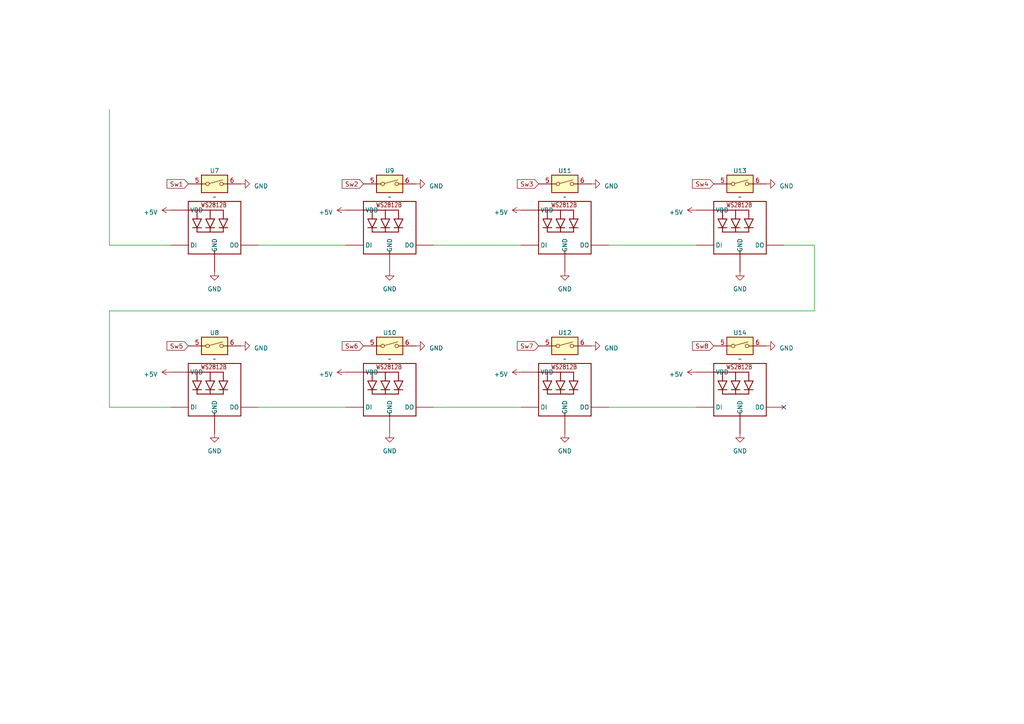
<source format=kicad_sch>
(kicad_sch (version 20230121) (generator eeschema)
  (paper "A4")
  (lib_symbols
    (symbol "MyLibrary:Cherry_Mx_Rgb"
      (property "Reference" "U" (at 0 0 0))
      (symbol "Cherry_Mx_Rgb_0_0"
        (circle (center -2.032 3.81) (radius 0.508))
        (polyline (pts (xy -1.524 3.937) (xy 2.3622 4.9784)))
        (circle (center 2.032 3.81) (radius 0.508))
      )
      (symbol "Cherry_Mx_Rgb_0_1"
        (rectangle (start -3.81 6.35) (end 3.81 1.27) (stroke (width 0.254)) (fill (type background)))
      )
      (symbol "Cherry_Mx_Rgb_1_0"
        (polyline (pts (xy -7.62 -16.51) (xy 0 -16.51)) (stroke (width 0.254)))
        (polyline (pts (xy -7.62 -13.97) (xy -7.62 -16.51)) (stroke (width 0.254)))
        (polyline (pts (xy -7.62 -3.81) (xy -5.08 -3.81)) (stroke (width 0.254)))
        (polyline (pts (xy -7.62 -1.27) (xy -7.62 -13.97)) (stroke (width 0.254)))
        (polyline (pts (xy -6.35 -8.89) (xy -5.08 -8.89)) (stroke (width 0.254)))
        (polyline (pts (xy -6.35 -6.35) (xy -5.08 -6.35)) (stroke (width 0.254)))
        (polyline (pts (xy -5.08 -8.89) (xy -6.35 -6.35)) (stroke (width 0.254)))
        (polyline (pts (xy -5.08 -8.89) (xy -5.08 -10.16)) (stroke (width 0.254)))
        (polyline (pts (xy -5.08 -8.89) (xy -3.81 -6.35)) (stroke (width 0.254)))
        (polyline (pts (xy -5.08 -6.35) (xy -3.81 -6.35)) (stroke (width 0.254)))
        (polyline (pts (xy -5.08 -3.81) (xy -5.08 -6.35)) (stroke (width 0.254)))
        (polyline (pts (xy -3.81 -8.89) (xy -5.08 -8.89)) (stroke (width 0.254)))
        (polyline (pts (xy -2.54 -8.89) (xy -1.27 -8.89)) (stroke (width 0.254)))
        (polyline (pts (xy -2.54 -6.35) (xy 0 -6.35)) (stroke (width 0.254)))
        (polyline (pts (xy -1.27 -10.16) (xy -5.08 -10.16)) (stroke (width 0.254)))
        (polyline (pts (xy -1.27 -8.89) (xy -2.54 -6.35)) (stroke (width 0.254)))
        (polyline (pts (xy -1.27 -8.89) (xy -1.27 -10.16)) (stroke (width 0.254)))
        (polyline (pts (xy -1.27 -8.89) (xy 0 -8.89)) (stroke (width 0.254)))
        (polyline (pts (xy -1.27 -6.35) (xy -1.27 -3.81)) (stroke (width 0.254)))
        (polyline (pts (xy -1.27 -3.81) (xy -5.08 -3.81)) (stroke (width 0.254)))
        (polyline (pts (xy 0 -16.51) (xy 7.62 -16.51)) (stroke (width 0.254)))
        (polyline (pts (xy 0 -15.494) (xy 0 -16.51)) (stroke (width 0.254)))
        (polyline (pts (xy 0 -6.35) (xy -1.27 -8.89)) (stroke (width 0.254)))
        (polyline (pts (xy 1.27 -6.35) (xy 2.54 -8.89)) (stroke (width 0.254)))
        (polyline (pts (xy 1.27 -6.35) (xy 2.54 -6.35)) (stroke (width 0.254)))
        (polyline (pts (xy 2.54 -10.16) (xy -1.27 -10.16)) (stroke (width 0.254)))
        (polyline (pts (xy 2.54 -8.89) (xy 1.27 -8.89)) (stroke (width 0.254)))
        (polyline (pts (xy 2.54 -8.89) (xy 2.54 -10.16)) (stroke (width 0.254)))
        (polyline (pts (xy 2.54 -8.89) (xy 3.81 -8.89)) (stroke (width 0.254)))
        (polyline (pts (xy 2.54 -8.89) (xy 3.81 -6.35)) (stroke (width 0.254)))
        (polyline (pts (xy 2.54 -6.35) (xy 2.54 -3.81)) (stroke (width 0.254)))
        (polyline (pts (xy 2.54 -3.81) (xy -1.27 -3.81)) (stroke (width 0.254)))
        (polyline (pts (xy 3.81 -6.35) (xy 2.54 -6.35)) (stroke (width 0.254)))
        (polyline (pts (xy 5.08 -1.27) (xy -7.62 -1.27)) (stroke (width 0.254)))
        (polyline (pts (xy 7.62 -16.51) (xy 7.62 -13.97)) (stroke (width 0.254)))
        (polyline (pts (xy 7.62 -13.97) (xy 7.62 -1.27)) (stroke (width 0.254)))
        (polyline (pts (xy 7.62 -1.27) (xy 5.08 -1.27)) (stroke (width 0.254)))
        (text "WS2812B" (at -4.064 -3.048 0) (effects (font (size 1.27 1.0795)) (justify left bottom)))
        (pin power_in line (at -12.7 -3.81 0) (length 5.08) (name "VDD") (number "1"))
        (pin output line (at 12.7 -13.97 180) (length 5.08) (name "DO") (number "2"))
        (pin power_in line (at 0 -21.59 90) (length 5.08) (name "GND") (number "3"))
        (pin input line (at -12.7 -13.97 0) (length 5.08) (name "DI") (number "4"))
      )
      (symbol "Cherry_Mx_Rgb_1_1"
        (pin passive line (at -7.62 3.81 0) (length 5.08) (name "~") (number "5"))
        (pin passive line (at 7.62 3.81 180) (length 5.08) (name "~") (number "6"))
      )
    )
    (symbol "power:+5V" (power) (pin_names (offset 0))
      (property "Value" "+5V" (at 0 3.556 0))
      (symbol "+5V_0_1"
        (polyline (pts (xy -0.762 1.27) (xy 0 2.54)))
        (polyline (pts (xy 0 0) (xy 0 2.54)))
        (polyline (pts (xy 0 2.54) (xy 0.762 1.27)))
      )
      (symbol "+5V_1_1"
        (pin power_in line (at 0 0 90) (length 0) hide (name "+5V") (number "1"))
      )
    )
    (symbol "power:GND" (power) (pin_names (offset 0))
      (property "Value" "GND" (at 0 -3.81 0))
      (symbol "GND_0_1"
        (polyline (pts (xy 0 0) (xy 0 -1.27) (xy 1.27 -1.27) (xy 0 -2.54) (xy -1.27 -1.27) (xy 0 -1.27)))
      )
      (symbol "GND_1_1"
        (pin power_in line (at 0 0 270) (length 0) hide (name "GND") (number "1"))
      )
    )
  )
  (no_connect (at 227.33 118.11))
  (wire (pts (xy 176.53 118.11) (xy 201.93 118.11)))
  (wire (pts (xy 227.33 71.12) (xy 236.22 71.12)))
  (wire (pts (xy 74.93 118.11) (xy 100.33 118.11)))
  (wire (pts (xy 31.75 90.17) (xy 31.75 118.11)))
  (wire (pts (xy 125.73 118.11) (xy 151.13 118.11)))
  (wire (pts (xy 74.93 71.12) (xy 100.33 71.12)))
  (wire (pts (xy 31.75 118.11) (xy 49.53 118.11)))
  (wire (pts (xy 49.53 71.12) (xy 31.75 71.12)))
  (wire (pts (xy 31.75 31.75) (xy 31.75 71.12)))
  (wire (pts (xy 236.22 90.17) (xy 31.75 90.17)))
  (wire (pts (xy 176.53 71.12) (xy 201.93 71.12)))
  (wire (pts (xy 125.73 71.12) (xy 151.13 71.12)))
  (wire (pts (xy 236.22 71.12) (xy 236.22 90.17)))
  (global_label "Sw5" (shape input) (at 54.61 100.33 180) (property "Intersheetrefs" "${INTERSHEET_REFS}" (effects hide)))
  (global_label "Sw1" (shape input) (at 54.61 53.34 180) (property "Intersheetrefs" "${INTERSHEET_REFS}" (effects hide)))
  (global_label "Sw7" (shape input) (at 156.21 100.33 180) (property "Intersheetrefs" "${INTERSHEET_REFS}" (effects hide)))
  (global_label "Sw6" (shape input) (at 105.41 100.33 180) (property "Intersheetrefs" "${INTERSHEET_REFS}" (effects hide)))
  (global_label "Sw4" (shape input) (at 207.01 53.34 180) (property "Intersheetrefs" "${INTERSHEET_REFS}" (effects hide)))
  (global_label "Sw8" (shape input) (at 207.01 100.33 180) (property "Intersheetrefs" "${INTERSHEET_REFS}" (effects hide)))
  (global_label "Sw3" (shape input) (at 156.21 53.34 180) (property "Intersheetrefs" "${INTERSHEET_REFS}" (effects hide)))
  (global_label "Sw2" (shape input) (at 105.41 53.34 180) (property "Intersheetrefs" "${INTERSHEET_REFS}" (effects hide)))
  (symbol (lib_id "power:GND") (at 69.85 53.34 90) (unit 1)
    (property "Reference" "#PWR044" (effects hide))
    (property "Value" "GND" (at 73.66 53.975 90) (effects (justify right)))
    (instances (project "Power Module Rev 5" (path "" (reference "#PWR044") (unit 1)) (path "" (reference "#PWR061") (unit 1))) (project "Switch Panel Rev 1" (path "" (reference "#PWR044") (unit 1)) (path "" (reference "#PWR039") (unit 1))))
  )
  (symbol (lib_id "power:+5V") (at 151.13 60.96 90) (unit 1)
    (property "Reference" "#PWR017" (effects hide))
    (property "Value" "+5V" (at 147.32 61.595 90) (effects (justify left)))
    (instances (project "Power Module Rev 5" (path "" (reference "#PWR017") (unit 1)) (path "" (reference "#PWR060") (unit 1))) (project "Switch Panel Rev 1" (path "" (reference "#PWR017") (unit 1)) (path "" (reference "#PWR047") (unit 1))))
  )
  (symbol (lib_id "MyLibrary:Cherry_Mx_Rgb") (at 113.03 57.15 0) (unit 1)
    (property "Reference" "U9" (at 113.03 49.53 0))
    (property "Value" "~" (at 113.03 57.15 0))
    (property "Footprint" "MyKiCadLibraries:SW_Cherry_MX_Plate_RGB" (effects hide))
  )
  (symbol (lib_id "MyLibrary:Cherry_Mx_Rgb") (at 214.63 104.14 0) (unit 1)
    (property "Reference" "U14" (at 214.63 96.52 0))
    (property "Value" "~" (at 214.63 104.14 0))
    (property "Footprint" "MyKiCadLibraries:SW_Cherry_MX_Plate_RGB" (effects hide))
  )
  (symbol (lib_id "power:+5V") (at 100.33 60.96 90) (unit 1)
    (property "Reference" "#PWR017" (effects hide))
    (property "Value" "+5V" (at 96.52 61.595 90) (effects (justify left)))
    (instances (project "Power Module Rev 5" (path "" (reference "#PWR017") (unit 1)) (path "" (reference "#PWR060") (unit 1))) (project "Switch Panel Rev 1" (path "" (reference "#PWR017") (unit 1)) (path "" (reference "#PWR041") (unit 1))))
  )
  (symbol (lib_id "power:GND") (at 171.45 53.34 90) (unit 1)
    (property "Reference" "#PWR044" (effects hide))
    (property "Value" "GND" (at 175.26 53.975 90) (effects (justify right)))
    (instances (project "Power Module Rev 5" (path "" (reference "#PWR044") (unit 1)) (path "" (reference "#PWR061") (unit 1))) (project "Switch Panel Rev 1" (path "" (reference "#PWR044") (unit 1)) (path "" (reference "#PWR051") (unit 1))))
  )
  (symbol (lib_id "power:GND") (at 163.83 78.74 0) (unit 1)
    (property "Reference" "#PWR044" (effects hide))
    (property "Value" "GND" (at 163.83 83.82 0))
    (instances (project "Power Module Rev 5" (path "" (reference "#PWR044") (unit 1)) (path "" (reference "#PWR061") (unit 1))) (project "Switch Panel Rev 1" (path "" (reference "#PWR044") (unit 1)) (path "" (reference "#PWR049") (unit 1))))
  )
  (symbol (lib_id "power:+5V") (at 49.53 107.95 90) (unit 1)
    (property "Reference" "#PWR017" (effects hide))
    (property "Value" "+5V" (at 45.72 108.585 90) (effects (justify left)))
    (instances (project "Power Module Rev 5" (path "" (reference "#PWR017") (unit 1)) (path "" (reference "#PWR060") (unit 1))) (project "Switch Panel Rev 1" (path "" (reference "#PWR017") (unit 1)) (path "" (reference "#PWR036") (unit 1))))
  )
  (symbol (lib_id "power:GND") (at 120.65 100.33 90) (unit 1)
    (property "Reference" "#PWR044" (effects hide))
    (property "Value" "GND" (at 124.46 100.965 90) (effects (justify right)))
    (instances (project "Power Module Rev 5" (path "" (reference "#PWR044") (unit 1)) (path "" (reference "#PWR061") (unit 1))) (project "Switch Panel Rev 1" (path "" (reference "#PWR044") (unit 1)) (path "" (reference "#PWR046") (unit 1))))
  )
  (symbol (lib_id "power:GND") (at 222.25 53.34 90) (unit 1)
    (property "Reference" "#PWR044" (effects hide))
    (property "Value" "GND" (at 226.06 53.975 90) (effects (justify right)))
    (instances (project "Power Module Rev 5" (path "" (reference "#PWR044") (unit 1)) (path "" (reference "#PWR061") (unit 1))) (project "Switch Panel Rev 1" (path "" (reference "#PWR044") (unit 1)) (path "" (reference "#PWR057") (unit 1))))
  )
  (symbol (lib_id "power:+5V") (at 49.53 60.96 90) (unit 1)
    (property "Reference" "#PWR017" (effects hide))
    (property "Value" "+5V" (at 45.72 61.595 90) (effects (justify left)))
    (instances (project "Power Module Rev 5" (path "" (reference "#PWR017") (unit 1)) (path "" (reference "#PWR060") (unit 1))) (project "Switch Panel Rev 1" (path "" (reference "#PWR017") (unit 1)) (path "" (reference "#PWR035") (unit 1))))
  )
  (symbol (lib_id "power:GND") (at 214.63 125.73 0) (unit 1)
    (property "Reference" "#PWR044" (effects hide))
    (property "Value" "GND" (at 214.63 130.81 0))
    (instances (project "Power Module Rev 5" (path "" (reference "#PWR044") (unit 1)) (path "" (reference "#PWR061") (unit 1))) (project "Switch Panel Rev 1" (path "" (reference "#PWR044") (unit 1)) (path "" (reference "#PWR056") (unit 1))))
  )
  (symbol (lib_id "power:GND") (at 120.65 53.34 90) (unit 1)
    (property "Reference" "#PWR044" (effects hide))
    (property "Value" "GND" (at 124.46 53.975 90) (effects (justify right)))
    (instances (project "Power Module Rev 5" (path "" (reference "#PWR044") (unit 1)) (path "" (reference "#PWR061") (unit 1))) (project "Switch Panel Rev 1" (path "" (reference "#PWR044") (unit 1)) (path "" (reference "#PWR045") (unit 1))))
  )
  (symbol (lib_id "power:GND") (at 62.23 78.74 0) (unit 1)
    (property "Reference" "#PWR044" (effects hide))
    (property "Value" "GND" (at 62.23 83.82 0))
    (instances (project "Power Module Rev 5" (path "" (reference "#PWR044") (unit 1)) (path "" (reference "#PWR061") (unit 1))) (project "Switch Panel Rev 1" (path "" (reference "#PWR044") (unit 1)) (path "" (reference "#PWR037") (unit 1))))
  )
  (symbol (lib_id "power:+5V") (at 100.33 107.95 90) (unit 1)
    (property "Reference" "#PWR017" (effects hide))
    (property "Value" "+5V" (at 96.52 108.585 90) (effects (justify left)))
    (instances (project "Power Module Rev 5" (path "" (reference "#PWR017") (unit 1)) (path "" (reference "#PWR060") (unit 1))) (project "Switch Panel Rev 1" (path "" (reference "#PWR017") (unit 1)) (path "" (reference "#PWR042") (unit 1))))
  )
  (symbol (lib_id "MyLibrary:Cherry_Mx_Rgb") (at 214.63 57.15 0) (unit 1)
    (property "Reference" "U13" (at 214.63 49.53 0))
    (property "Value" "~" (at 214.63 57.15 0))
    (property "Footprint" "MyKiCadLibraries:SW_Cherry_MX_Plate_RGB" (effects hide))
  )
  (symbol (lib_id "power:GND") (at 214.63 78.74 0) (unit 1)
    (property "Reference" "#PWR044" (effects hide))
    (property "Value" "GND" (at 214.63 83.82 0))
    (instances (project "Power Module Rev 5" (path "" (reference "#PWR044") (unit 1)) (path "" (reference "#PWR061") (unit 1))) (project "Switch Panel Rev 1" (path "" (reference "#PWR044") (unit 1)) (path "" (reference "#PWR055") (unit 1))))
  )
  (symbol (lib_id "power:+5V") (at 151.13 107.95 90) (unit 1)
    (property "Reference" "#PWR017" (effects hide))
    (property "Value" "+5V" (at 147.32 108.585 90) (effects (justify left)))
    (instances (project "Power Module Rev 5" (path "" (reference "#PWR017") (unit 1)) (path "" (reference "#PWR060") (unit 1))) (project "Switch Panel Rev 1" (path "" (reference "#PWR017") (unit 1)) (path "" (reference "#PWR048") (unit 1))))
  )
  (symbol (lib_id "power:GND") (at 62.23 125.73 0) (unit 1)
    (property "Reference" "#PWR044" (effects hide))
    (property "Value" "GND" (at 62.23 130.81 0))
    (instances (project "Power Module Rev 5" (path "" (reference "#PWR044") (unit 1)) (path "" (reference "#PWR061") (unit 1))) (project "Switch Panel Rev 1" (path "" (reference "#PWR044") (unit 1)) (path "" (reference "#PWR038") (unit 1))))
  )
  (symbol (lib_id "power:GND") (at 163.83 125.73 0) (unit 1)
    (property "Reference" "#PWR044" (effects hide))
    (property "Value" "GND" (at 163.83 130.81 0))
    (instances (project "Power Module Rev 5" (path "" (reference "#PWR044") (unit 1)) (path "" (reference "#PWR061") (unit 1))) (project "Switch Panel Rev 1" (path "" (reference "#PWR044") (unit 1)) (path "" (reference "#PWR050") (unit 1))))
  )
  (symbol (lib_id "MyLibrary:Cherry_Mx_Rgb") (at 163.83 104.14 0) (unit 1)
    (property "Reference" "U12" (at 163.83 96.52 0))
    (property "Value" "~" (at 163.83 104.14 0))
    (property "Footprint" "MyKiCadLibraries:SW_Cherry_MX_Plate_RGB" (effects hide))
  )
  (symbol (lib_id "MyLibrary:Cherry_Mx_Rgb") (at 62.23 104.14 0) (unit 1)
    (property "Reference" "U8" (at 62.23 96.52 0))
    (property "Value" "~" (at 62.23 104.14 0))
    (property "Footprint" "MyKiCadLibraries:SW_Cherry_MX_Plate_RGB" (effects hide))
  )
  (symbol (lib_id "power:GND") (at 222.25 100.33 90) (unit 1)
    (property "Reference" "#PWR044" (effects hide))
    (property "Value" "GND" (at 226.06 100.965 90) (effects (justify right)))
    (instances (project "Power Module Rev 5" (path "" (reference "#PWR044") (unit 1)) (path "" (reference "#PWR061") (unit 1))) (project "Switch Panel Rev 1" (path "" (reference "#PWR044") (unit 1)) (path "" (reference "#PWR058") (unit 1))))
  )
  (symbol (lib_id "power:GND") (at 113.03 78.74 0) (unit 1)
    (property "Reference" "#PWR044" (effects hide))
    (property "Value" "GND" (at 113.03 83.82 0))
    (instances (project "Power Module Rev 5" (path "" (reference "#PWR044") (unit 1)) (path "" (reference "#PWR061") (unit 1))) (project "Switch Panel Rev 1" (path "" (reference "#PWR044") (unit 1)) (path "" (reference "#PWR043") (unit 1))))
  )
  (symbol (lib_id "power:+5V") (at 201.93 107.95 90) (unit 1)
    (property "Reference" "#PWR017" (effects hide))
    (property "Value" "+5V" (at 198.12 108.585 90) (effects (justify left)))
    (instances (project "Power Module Rev 5" (path "" (reference "#PWR017") (unit 1)) (path "" (reference "#PWR060") (unit 1))) (project "Switch Panel Rev 1" (path "" (reference "#PWR017") (unit 1)) (path "" (reference "#PWR054") (unit 1))))
  )
  (symbol (lib_id "MyLibrary:Cherry_Mx_Rgb") (at 113.03 104.14 0) (unit 1)
    (property "Reference" "U10" (at 113.03 96.52 0))
    (property "Value" "~" (at 113.03 104.14 0))
    (property "Footprint" "MyKiCadLibraries:SW_Cherry_MX_Plate_RGB" (effects hide))
  )
  (symbol (lib_id "power:GND") (at 171.45 100.33 90) (unit 1)
    (property "Reference" "#PWR044" (effects hide))
    (property "Value" "GND" (at 175.26 100.965 90) (effects (justify right)))
    (instances (project "Power Module Rev 5" (path "" (reference "#PWR044") (unit 1)) (path "" (reference "#PWR061") (unit 1))) (project "Switch Panel Rev 1" (path "" (reference "#PWR044") (unit 1)) (path "" (reference "#PWR052") (unit 1))))
  )
  (symbol (lib_id "power:GND") (at 69.85 100.33 90) (unit 1)
    (property "Reference" "#PWR044" (effects hide))
    (property "Value" "GND" (at 73.66 100.965 90) (effects (justify right)))
    (instances (project "Power Module Rev 5" (path "" (reference "#PWR044") (unit 1)) (path "" (reference "#PWR061") (unit 1))) (project "Switch Panel Rev 1" (path "" (reference "#PWR044") (unit 1)) (path "" (reference "#PWR040") (unit 1))))
  )
  (symbol (lib_id "power:+5V") (at 201.93 60.96 90) (unit 1)
    (property "Reference" "#PWR017" (effects hide))
    (property "Value" "+5V" (at 198.12 61.595 90) (effects (justify left)))
    (instances (project "Power Module Rev 5" (path "" (reference "#PWR017") (unit 1)) (path "" (reference "#PWR060") (unit 1))) (project "Switch Panel Rev 1" (path "" (reference "#PWR017") (unit 1)) (path "" (reference "#PWR053") (unit 1))))
  )
  (symbol (lib_id "MyLibrary:Cherry_Mx_Rgb") (at 62.23 57.15 0) (unit 1)
    (property "Reference" "U7" (at 62.23 49.53 0))
    (property "Value" "~" (at 62.23 57.15 0))
    (property "Footprint" "MyKiCadLibraries:SW_Cherry_MX_Plate_RGB" (effects hide))
  )
  (symbol (lib_id "MyLibrary:Cherry_Mx_Rgb") (at 163.83 57.15 0) (unit 1)
    (property "Reference" "U11" (at 163.83 49.53 0))
    (property "Value" "~" (at 163.83 57.15 0))
    (property "Footprint" "MyKiCadLibraries:SW_Cherry_MX_Plate_RGB" (effects hide))
  )
  (symbol (lib_id "power:GND") (at 113.03 125.73 0) (unit 1)
    (property "Reference" "#PWR044" (effects hide))
    (property "Value" "GND" (at 113.03 130.81 0))
    (instances (project "Power Module Rev 5" (path "" (reference "#PWR044") (unit 1)) (path "" (reference "#PWR061") (unit 1))) (project "Switch Panel Rev 1" (path "" (reference "#PWR044") (unit 1)) (path "" (reference "#PWR044") (unit 1))))
  )
)
</source>
